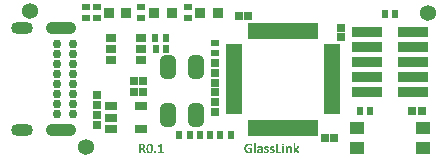
<source format=gts>
G04*
G04 #@! TF.GenerationSoftware,Altium Limited,Altium Designer,20.2.6 (244)*
G04*
G04 Layer_Color=8388736*
%FSLAX25Y25*%
%MOIN*%
G70*
G04*
G04 #@! TF.SameCoordinates,1F00D8FF-E811-4F8C-9FFC-250B1BB78CBF*
G04*
G04*
G04 #@! TF.FilePolarity,Negative*
G04*
G01*
G75*
%ADD26R,0.05709X0.23425*%
%ADD27R,0.23425X0.05709*%
%ADD28R,0.03947X0.02765*%
%ADD29R,0.02647X0.02647*%
G04:AMPARAMS|DCode=30|XSize=53.24mil|YSize=76.87mil|CornerRadius=14.81mil|HoleSize=0mil|Usage=FLASHONLY|Rotation=0.000|XOffset=0mil|YOffset=0mil|HoleType=Round|Shape=RoundedRectangle|*
%AMROUNDEDRECTD30*
21,1,0.05324,0.04724,0,0,0.0*
21,1,0.02362,0.07687,0,0,0.0*
1,1,0.02962,0.01181,-0.02362*
1,1,0.02962,-0.01181,-0.02362*
1,1,0.02962,-0.01181,0.02362*
1,1,0.02962,0.01181,0.02362*
%
%ADD30ROUNDEDRECTD30*%
%ADD31R,0.02372X0.02765*%
%ADD32R,0.03750X0.02765*%
%ADD33R,0.02765X0.02372*%
%ADD34R,0.05521X0.01584*%
%ADD35R,0.01584X0.05521*%
%ADD36R,0.10049X0.03592*%
%ADD37R,0.02647X0.02647*%
%ADD38R,0.05118X0.04331*%
%ADD39R,0.03750X0.03750*%
%ADD40C,0.05362*%
%ADD41O,0.10049X0.04143*%
%ADD42C,0.02953*%
%ADD43O,0.07293X0.04143*%
%ADD44C,0.00394*%
G36*
X53882Y5037D02*
X53893D01*
X53915Y5032D01*
X53942Y5026D01*
X53969Y5021D01*
X53975D01*
X53986Y5015D01*
X53997Y5010D01*
X54008Y4999D01*
X54013Y4993D01*
X54018Y4966D01*
Y2449D01*
X54521D01*
X54537Y2444D01*
X54548Y2433D01*
X54554D01*
X54559Y2422D01*
X54570Y2411D01*
X54581Y2389D01*
Y2383D01*
X54586Y2367D01*
X54592Y2345D01*
X54597Y2313D01*
Y2307D01*
X54603Y2285D01*
X54608Y2247D01*
Y2203D01*
Y2198D01*
Y2192D01*
Y2165D01*
X54603Y2127D01*
X54597Y2089D01*
Y2083D01*
X54592Y2061D01*
X54586Y2039D01*
X54575Y2018D01*
Y2012D01*
X54570Y2001D01*
X54559Y1990D01*
X54548Y1979D01*
X54537Y1974D01*
X54510Y1969D01*
X52817D01*
X52795Y1979D01*
X52785Y1990D01*
X52774Y2001D01*
X52763Y2018D01*
Y2023D01*
X52757Y2039D01*
X52752Y2061D01*
X52746Y2089D01*
Y2100D01*
Y2121D01*
X52741Y2160D01*
Y2203D01*
Y2209D01*
Y2214D01*
Y2241D01*
Y2280D01*
X52746Y2313D01*
Y2323D01*
X52752Y2340D01*
X52757Y2367D01*
X52763Y2389D01*
Y2394D01*
X52768Y2405D01*
X52779Y2422D01*
X52790Y2433D01*
X52795Y2438D01*
X52801Y2444D01*
X52812Y2449D01*
X53401D01*
Y4436D01*
X52910Y4163D01*
X52899Y4158D01*
X52877Y4147D01*
X52850Y4136D01*
X52817Y4131D01*
X52779D01*
X52763Y4142D01*
Y4147D01*
X52752Y4158D01*
X52746Y4180D01*
X52741Y4213D01*
Y4223D01*
Y4251D01*
X52735Y4289D01*
Y4349D01*
Y4355D01*
Y4360D01*
Y4382D01*
Y4415D01*
Y4442D01*
Y4447D01*
Y4464D01*
X52746Y4507D01*
Y4513D01*
X52752Y4524D01*
X52774Y4551D01*
X52779Y4557D01*
X52785Y4562D01*
X52817Y4584D01*
X53473Y5010D01*
X53478Y5015D01*
X53500Y5026D01*
X53505D01*
X53516Y5032D01*
X53554D01*
X53571Y5037D01*
X53631D01*
X53653Y5043D01*
X53838D01*
X53882Y5037D01*
D02*
G37*
G36*
X47428Y5015D02*
X47445D01*
X47477Y5010D01*
X47521Y5004D01*
X47570Y4999D01*
X47581D01*
X47603Y4993D01*
X47636Y4988D01*
X47679Y4982D01*
X47734Y4966D01*
X47789Y4955D01*
X47903Y4911D01*
X47909Y4906D01*
X47931Y4901D01*
X47958Y4884D01*
X47991Y4868D01*
X48073Y4813D01*
X48155Y4742D01*
X48160Y4737D01*
X48171Y4726D01*
X48193Y4704D01*
X48215Y4677D01*
X48236Y4638D01*
X48264Y4600D01*
X48313Y4502D01*
Y4496D01*
X48324Y4475D01*
X48329Y4447D01*
X48340Y4409D01*
X48351Y4360D01*
X48357Y4305D01*
X48367Y4245D01*
Y4180D01*
Y4174D01*
Y4152D01*
Y4125D01*
X48362Y4087D01*
X48357Y4043D01*
X48351Y3994D01*
X48324Y3896D01*
Y3890D01*
X48318Y3874D01*
X48307Y3852D01*
X48296Y3819D01*
X48258Y3748D01*
X48209Y3672D01*
X48204Y3667D01*
X48198Y3656D01*
X48182Y3639D01*
X48160Y3612D01*
X48100Y3557D01*
X48023Y3497D01*
X48018Y3492D01*
X48007Y3486D01*
X47980Y3470D01*
X47952Y3459D01*
X47914Y3437D01*
X47870Y3421D01*
X47772Y3383D01*
X47778D01*
X47783Y3377D01*
X47816Y3361D01*
X47860Y3334D01*
X47903Y3301D01*
X47909D01*
X47914Y3295D01*
X47941Y3268D01*
X47974Y3235D01*
X48013Y3186D01*
Y3181D01*
X48023Y3175D01*
X48045Y3142D01*
X48078Y3093D01*
X48111Y3033D01*
Y3028D01*
X48122Y3017D01*
X48127Y3000D01*
X48144Y2979D01*
X48171Y2919D01*
X48209Y2842D01*
X48466Y2241D01*
Y2236D01*
X48471Y2225D01*
X48482Y2192D01*
X48498Y2143D01*
X48509Y2105D01*
X48515Y2100D01*
X48520Y2083D01*
X48526Y2061D01*
Y2045D01*
Y2039D01*
Y2029D01*
X48515Y2001D01*
X48504Y1990D01*
X48487Y1985D01*
X48466Y1974D01*
X48460D01*
X48438Y1969D01*
X48406Y1963D01*
X48362Y1958D01*
X48313D01*
X48258Y1952D01*
X48067D01*
X48018Y1958D01*
X48007D01*
X47985Y1963D01*
X47958Y1969D01*
X47925Y1974D01*
X47920D01*
X47909Y1979D01*
X47892Y1990D01*
X47876Y2001D01*
Y2007D01*
X47870Y2018D01*
X47865Y2034D01*
X47860Y2056D01*
X47581Y2733D01*
Y2738D01*
X47570Y2755D01*
X47565Y2777D01*
X47548Y2804D01*
X47521Y2869D01*
X47483Y2935D01*
Y2940D01*
X47477Y2951D01*
X47466Y2968D01*
X47456Y2990D01*
X47423Y3039D01*
X47379Y3088D01*
Y3093D01*
X47368Y3099D01*
X47341Y3121D01*
X47303Y3153D01*
X47248Y3181D01*
X47243D01*
X47237Y3186D01*
X47221Y3192D01*
X47199Y3197D01*
X47144Y3208D01*
X47073Y3213D01*
X46882D01*
Y2050D01*
Y2045D01*
Y2034D01*
X46877Y2018D01*
X46866Y2001D01*
X46860D01*
X46855Y1990D01*
X46839Y1985D01*
X46811Y1974D01*
X46806D01*
X46790Y1969D01*
X46757D01*
X46718Y1963D01*
X46708D01*
X46675Y1958D01*
X46631Y1952D01*
X46516D01*
X46467Y1958D01*
X46418Y1963D01*
X46407D01*
X46385Y1969D01*
X46353D01*
X46320Y1974D01*
X46314D01*
X46303Y1979D01*
X46287Y1990D01*
X46271Y2001D01*
Y2007D01*
X46265Y2018D01*
X46260Y2050D01*
Y4824D01*
Y4829D01*
Y4840D01*
X46265Y4857D01*
Y4884D01*
X46282Y4928D01*
X46293Y4955D01*
X46309Y4972D01*
X46320Y4977D01*
X46347Y4999D01*
X46385Y5015D01*
X46440Y5021D01*
X47368D01*
X47428Y5015D01*
D02*
G37*
G36*
X51807Y2662D02*
X51851Y2657D01*
X51938Y2635D01*
X51982Y2618D01*
X52015Y2591D01*
X52020Y2585D01*
X52026Y2575D01*
X52036Y2558D01*
X52053Y2525D01*
X52069Y2487D01*
X52080Y2438D01*
X52086Y2378D01*
X52091Y2307D01*
Y2296D01*
Y2269D01*
X52086Y2231D01*
X52080Y2187D01*
X52058Y2089D01*
X52042Y2039D01*
X52015Y2007D01*
X52009Y2001D01*
X51998Y1996D01*
X51982Y1985D01*
X51949Y1974D01*
X51911Y1958D01*
X51867Y1947D01*
X51807Y1941D01*
X51736Y1936D01*
X51704D01*
X51671Y1941D01*
X51627Y1947D01*
X51540Y1969D01*
X51496Y1985D01*
X51463Y2007D01*
X51458Y2012D01*
X51452Y2023D01*
X51441Y2039D01*
X51430Y2072D01*
X51414Y2111D01*
X51403Y2160D01*
X51398Y2220D01*
X51392Y2291D01*
Y2302D01*
Y2329D01*
X51398Y2367D01*
X51403Y2411D01*
X51425Y2514D01*
X51441Y2558D01*
X51469Y2591D01*
X51474Y2596D01*
X51485Y2602D01*
X51501Y2613D01*
X51534Y2629D01*
X51567Y2646D01*
X51616Y2657D01*
X51676Y2662D01*
X51742Y2667D01*
X51774D01*
X51807Y2662D01*
D02*
G37*
G36*
X50011Y5070D02*
X50082Y5064D01*
X50164Y5048D01*
X50251Y5032D01*
X50339Y5004D01*
X50420Y4966D01*
X50431Y4961D01*
X50453Y4944D01*
X50491Y4922D01*
X50541Y4884D01*
X50590Y4840D01*
X50644Y4791D01*
X50699Y4726D01*
X50748Y4655D01*
X50753Y4644D01*
X50770Y4617D01*
X50786Y4578D01*
X50814Y4518D01*
X50841Y4447D01*
X50868Y4360D01*
X50895Y4267D01*
X50917Y4163D01*
Y4158D01*
Y4152D01*
X50923Y4136D01*
Y4114D01*
X50928Y4087D01*
X50934Y4054D01*
X50945Y3972D01*
X50950Y3874D01*
X50961Y3765D01*
X50966Y3639D01*
Y3503D01*
Y3497D01*
Y3486D01*
Y3464D01*
Y3443D01*
Y3410D01*
X50961Y3372D01*
Y3284D01*
X50950Y3181D01*
X50939Y3071D01*
X50928Y2957D01*
X50906Y2842D01*
Y2837D01*
Y2831D01*
X50901Y2815D01*
X50895Y2793D01*
X50879Y2738D01*
X50857Y2667D01*
X50830Y2591D01*
X50797Y2504D01*
X50759Y2422D01*
X50710Y2340D01*
X50704Y2329D01*
X50688Y2307D01*
X50655Y2269D01*
X50617Y2225D01*
X50568Y2170D01*
X50508Y2121D01*
X50442Y2067D01*
X50366Y2023D01*
X50355Y2018D01*
X50327Y2007D01*
X50284Y1990D01*
X50218Y1969D01*
X50142Y1947D01*
X50055Y1930D01*
X49956Y1919D01*
X49842Y1914D01*
X49793D01*
X49732Y1919D01*
X49661Y1925D01*
X49580Y1941D01*
X49492Y1958D01*
X49405Y1985D01*
X49323Y2018D01*
X49312Y2023D01*
X49290Y2039D01*
X49252Y2061D01*
X49203Y2100D01*
X49154Y2143D01*
X49099Y2198D01*
X49044Y2258D01*
X48995Y2329D01*
X48990Y2340D01*
X48974Y2367D01*
X48957Y2411D01*
X48930Y2465D01*
X48902Y2536D01*
X48875Y2624D01*
X48848Y2716D01*
X48826Y2820D01*
Y2826D01*
Y2831D01*
X48821Y2848D01*
Y2869D01*
X48815Y2897D01*
Y2929D01*
X48804Y3011D01*
X48799Y3110D01*
X48788Y3219D01*
X48782Y3344D01*
Y3481D01*
Y3486D01*
Y3497D01*
Y3514D01*
Y3541D01*
Y3574D01*
X48788Y3612D01*
Y3699D01*
X48799Y3798D01*
X48810Y3912D01*
X48821Y4022D01*
X48842Y4136D01*
Y4142D01*
X48848Y4147D01*
Y4163D01*
X48853Y4185D01*
X48870Y4240D01*
X48892Y4311D01*
X48913Y4393D01*
X48946Y4475D01*
X48990Y4562D01*
X49033Y4644D01*
X49039Y4655D01*
X49055Y4677D01*
X49088Y4715D01*
X49126Y4764D01*
X49176Y4813D01*
X49235Y4868D01*
X49301Y4917D01*
X49378Y4961D01*
X49388Y4966D01*
X49416Y4977D01*
X49465Y4999D01*
X49525Y5021D01*
X49601Y5037D01*
X49689Y5059D01*
X49793Y5070D01*
X49902Y5075D01*
X49956D01*
X50011Y5070D01*
D02*
G37*
G36*
X94425Y5163D02*
X94469Y5157D01*
X94562Y5141D01*
X94600Y5119D01*
X94633Y5097D01*
X94638Y5092D01*
X94644Y5086D01*
X94655Y5070D01*
X94671Y5043D01*
X94682Y5010D01*
X94693Y4966D01*
X94698Y4917D01*
X94704Y4857D01*
Y4851D01*
Y4829D01*
X94698Y4797D01*
X94693Y4759D01*
X94671Y4682D01*
X94655Y4644D01*
X94627Y4611D01*
X94622D01*
X94611Y4600D01*
X94595Y4589D01*
X94567Y4578D01*
X94529Y4567D01*
X94485Y4557D01*
X94425Y4551D01*
X94360Y4546D01*
X94327D01*
X94294Y4551D01*
X94251Y4557D01*
X94158Y4573D01*
X94119Y4589D01*
X94087Y4611D01*
Y4617D01*
X94076Y4622D01*
X94065Y4638D01*
X94054Y4666D01*
X94043Y4699D01*
X94032Y4737D01*
X94027Y4786D01*
X94021Y4846D01*
Y4851D01*
Y4873D01*
X94027Y4906D01*
X94032Y4944D01*
X94054Y5026D01*
X94070Y5064D01*
X94092Y5097D01*
X94098Y5102D01*
X94108Y5108D01*
X94125Y5119D01*
X94152Y5135D01*
X94190Y5146D01*
X94234Y5157D01*
X94294Y5163D01*
X94360Y5168D01*
X94392D01*
X94425Y5163D01*
D02*
G37*
G36*
X83107Y5070D02*
X83161D01*
X83221Y5064D01*
X83347Y5048D01*
X83352D01*
X83374Y5043D01*
X83407Y5037D01*
X83445Y5032D01*
X83489Y5021D01*
X83538Y5004D01*
X83631Y4977D01*
X83636D01*
X83653Y4972D01*
X83675Y4961D01*
X83702Y4955D01*
X83767Y4928D01*
X83833Y4895D01*
X83838D01*
X83844Y4890D01*
X83877Y4868D01*
X83915Y4846D01*
X83942Y4819D01*
X83947Y4813D01*
X83958Y4797D01*
X83975Y4764D01*
X83991Y4726D01*
X83997Y4715D01*
Y4699D01*
X84002Y4682D01*
Y4655D01*
X84008Y4622D01*
Y4589D01*
Y4546D01*
Y4540D01*
Y4535D01*
Y4507D01*
X84002Y4469D01*
X83997Y4431D01*
Y4425D01*
X83991Y4404D01*
X83986Y4376D01*
X83980Y4349D01*
Y4344D01*
X83975Y4333D01*
X83964Y4322D01*
X83953Y4311D01*
X83947Y4305D01*
X83920Y4300D01*
X83915D01*
X83893Y4305D01*
X83860Y4316D01*
X83816Y4338D01*
X83811D01*
X83806Y4344D01*
X83789Y4355D01*
X83767Y4365D01*
X83713Y4398D01*
X83636Y4431D01*
X83631D01*
X83614Y4442D01*
X83593Y4447D01*
X83560Y4464D01*
X83522Y4475D01*
X83478Y4491D01*
X83423Y4507D01*
X83369Y4524D01*
X83363D01*
X83341Y4529D01*
X83309Y4540D01*
X83265Y4546D01*
X83210Y4557D01*
X83150Y4562D01*
X83079Y4567D01*
X82965D01*
X82926Y4562D01*
X82872Y4557D01*
X82812Y4546D01*
X82741Y4535D01*
X82675Y4513D01*
X82604Y4486D01*
X82599Y4480D01*
X82577Y4469D01*
X82539Y4453D01*
X82501Y4431D01*
X82451Y4398D01*
X82397Y4360D01*
X82348Y4316D01*
X82298Y4267D01*
X82293Y4262D01*
X82277Y4245D01*
X82255Y4213D01*
X82228Y4174D01*
X82195Y4125D01*
X82162Y4071D01*
X82129Y4005D01*
X82102Y3934D01*
Y3923D01*
X82091Y3901D01*
X82080Y3858D01*
X82069Y3808D01*
X82058Y3743D01*
X82047Y3667D01*
X82042Y3585D01*
X82037Y3497D01*
Y3492D01*
Y3486D01*
Y3454D01*
X82042Y3404D01*
X82047Y3339D01*
X82053Y3268D01*
X82064Y3192D01*
X82080Y3110D01*
X82102Y3033D01*
X82107Y3022D01*
X82113Y3000D01*
X82129Y2962D01*
X82151Y2919D01*
X82184Y2864D01*
X82217Y2809D01*
X82255Y2755D01*
X82298Y2700D01*
X82304Y2695D01*
X82320Y2678D01*
X82348Y2657D01*
X82386Y2624D01*
X82430Y2591D01*
X82479Y2558D01*
X82533Y2525D01*
X82599Y2498D01*
X82604D01*
X82632Y2487D01*
X82664Y2476D01*
X82714Y2465D01*
X82768Y2454D01*
X82834Y2444D01*
X82910Y2438D01*
X82986Y2433D01*
X83025D01*
X83052Y2438D01*
X83118Y2444D01*
X83194Y2454D01*
X83199D01*
X83210Y2460D01*
X83232Y2465D01*
X83259Y2471D01*
X83320Y2493D01*
X83385Y2525D01*
Y3235D01*
X82795D01*
X82779Y3241D01*
X82757Y3257D01*
X82735Y3284D01*
Y3290D01*
X82730Y3295D01*
Y3306D01*
X82724Y3328D01*
X82719Y3350D01*
Y3383D01*
X82714Y3421D01*
Y3464D01*
Y3470D01*
Y3475D01*
Y3503D01*
Y3541D01*
X82719Y3574D01*
Y3585D01*
X82724Y3601D01*
X82730Y3628D01*
X82735Y3650D01*
Y3656D01*
X82741Y3667D01*
X82752Y3678D01*
X82763Y3688D01*
X82768Y3694D01*
X82774Y3699D01*
X82784Y3705D01*
X83855D01*
X83877Y3699D01*
X83898Y3688D01*
X83904D01*
X83920Y3678D01*
X83937Y3667D01*
X83953Y3650D01*
X83958Y3645D01*
X83964Y3634D01*
X83975Y3612D01*
X83986Y3585D01*
X83991Y3579D01*
X83997Y3563D01*
X84002Y3536D01*
Y3503D01*
Y2285D01*
Y2280D01*
Y2274D01*
X83997Y2241D01*
X83991Y2203D01*
X83975Y2160D01*
X83969Y2154D01*
X83953Y2132D01*
X83920Y2105D01*
X83871Y2078D01*
X83866D01*
X83860Y2072D01*
X83838Y2067D01*
X83816Y2061D01*
X83756Y2039D01*
X83680Y2012D01*
X83675D01*
X83663Y2007D01*
X83636Y2001D01*
X83609Y1996D01*
X83576Y1985D01*
X83533Y1979D01*
X83445Y1963D01*
X83440D01*
X83423Y1958D01*
X83402D01*
X83369Y1952D01*
X83331Y1947D01*
X83292Y1941D01*
X83199Y1930D01*
X83178D01*
X83156Y1925D01*
X83123D01*
X83085Y1919D01*
X83047D01*
X82954Y1914D01*
X82894D01*
X82861Y1919D01*
X82823D01*
X82735Y1925D01*
X82632Y1941D01*
X82522Y1958D01*
X82408Y1985D01*
X82298Y2018D01*
X82293D01*
X82288Y2023D01*
X82271Y2029D01*
X82249Y2039D01*
X82195Y2061D01*
X82129Y2094D01*
X82053Y2138D01*
X81971Y2187D01*
X81889Y2247D01*
X81807Y2318D01*
X81796Y2329D01*
X81774Y2356D01*
X81736Y2394D01*
X81692Y2454D01*
X81643Y2525D01*
X81594Y2607D01*
X81545Y2700D01*
X81501Y2804D01*
Y2809D01*
X81496Y2815D01*
X81490Y2831D01*
X81485Y2853D01*
X81480Y2880D01*
X81469Y2913D01*
X81452Y2995D01*
X81430Y3093D01*
X81414Y3202D01*
X81403Y3328D01*
X81398Y3459D01*
Y3464D01*
Y3475D01*
Y3497D01*
Y3525D01*
X81403Y3557D01*
Y3596D01*
X81414Y3683D01*
X81425Y3787D01*
X81441Y3901D01*
X81469Y4016D01*
X81507Y4131D01*
Y4136D01*
X81512Y4142D01*
X81518Y4158D01*
X81529Y4180D01*
X81556Y4234D01*
X81589Y4305D01*
X81638Y4387D01*
X81692Y4469D01*
X81758Y4557D01*
X81829Y4638D01*
X81840Y4649D01*
X81867Y4671D01*
X81911Y4709D01*
X81971Y4759D01*
X82042Y4813D01*
X82129Y4862D01*
X82228Y4917D01*
X82331Y4961D01*
X82337D01*
X82342Y4966D01*
X82359Y4972D01*
X82386Y4977D01*
X82413Y4988D01*
X82446Y4999D01*
X82522Y5021D01*
X82621Y5037D01*
X82730Y5059D01*
X82855Y5070D01*
X82986Y5075D01*
X83057D01*
X83107Y5070D01*
D02*
G37*
G36*
X96560Y4284D02*
X96609Y4278D01*
X96669Y4273D01*
X96729Y4262D01*
X96789Y4240D01*
X96849Y4218D01*
X96855Y4213D01*
X96877Y4207D01*
X96899Y4191D01*
X96937Y4169D01*
X96970Y4142D01*
X97013Y4103D01*
X97052Y4065D01*
X97084Y4022D01*
X97090Y4016D01*
X97101Y4000D01*
X97117Y3972D01*
X97133Y3940D01*
X97155Y3901D01*
X97177Y3852D01*
X97199Y3798D01*
X97215Y3737D01*
Y3732D01*
X97221Y3710D01*
X97232Y3672D01*
X97237Y3628D01*
X97248Y3568D01*
X97254Y3503D01*
X97259Y3426D01*
Y3344D01*
Y2045D01*
Y2039D01*
Y2029D01*
X97254Y2018D01*
X97243Y2001D01*
X97237D01*
X97232Y1990D01*
X97215Y1985D01*
X97193Y1974D01*
X97188D01*
X97172Y1969D01*
X97139D01*
X97101Y1963D01*
X97090D01*
X97062Y1958D01*
X97019Y1952D01*
X96915D01*
X96866Y1958D01*
X96817Y1963D01*
X96806D01*
X96784Y1969D01*
X96757D01*
X96729Y1974D01*
X96724D01*
X96713Y1979D01*
X96697Y1990D01*
X96680Y2001D01*
Y2007D01*
X96675Y2012D01*
X96669Y2045D01*
Y3246D01*
Y3252D01*
Y3273D01*
Y3301D01*
X96664Y3334D01*
X96658Y3410D01*
X96653Y3454D01*
X96642Y3486D01*
Y3492D01*
X96636Y3503D01*
X96631Y3519D01*
X96626Y3536D01*
X96604Y3585D01*
X96576Y3634D01*
Y3639D01*
X96571Y3645D01*
X96549Y3672D01*
X96516Y3705D01*
X96467Y3732D01*
X96462D01*
X96456Y3737D01*
X96424Y3754D01*
X96374Y3765D01*
X96314Y3770D01*
X96293D01*
X96271Y3765D01*
X96243Y3759D01*
X96205Y3748D01*
X96167Y3732D01*
X96123Y3710D01*
X96080Y3683D01*
X96074Y3678D01*
X96058Y3667D01*
X96036Y3650D01*
X96009Y3623D01*
X95970Y3590D01*
X95932Y3546D01*
X95889Y3497D01*
X95845Y3443D01*
Y2045D01*
Y2039D01*
Y2029D01*
X95839Y2018D01*
X95828Y2001D01*
X95823D01*
X95818Y1990D01*
X95801Y1985D01*
X95779Y1974D01*
X95774D01*
X95757Y1969D01*
X95725D01*
X95687Y1963D01*
X95675D01*
X95648Y1958D01*
X95605Y1952D01*
X95495D01*
X95446Y1958D01*
X95397Y1963D01*
X95386D01*
X95364Y1969D01*
X95337D01*
X95310Y1974D01*
X95304D01*
X95293Y1979D01*
X95277Y1990D01*
X95261Y2001D01*
Y2007D01*
X95255Y2012D01*
X95250Y2045D01*
Y4147D01*
Y4152D01*
Y4163D01*
X95261Y4191D01*
Y4196D01*
X95271Y4202D01*
X95282Y4207D01*
X95299Y4218D01*
X95304D01*
X95321Y4223D01*
X95348Y4229D01*
X95381Y4234D01*
X95392D01*
X95414Y4240D01*
X95452Y4245D01*
X95544D01*
X95588Y4240D01*
X95626Y4234D01*
X95637D01*
X95654Y4229D01*
X95681Y4223D01*
X95703Y4218D01*
X95708D01*
X95719Y4213D01*
X95730Y4202D01*
X95741Y4191D01*
X95746Y4185D01*
X95752Y4180D01*
X95757Y4163D01*
Y4147D01*
Y3907D01*
X95763Y3918D01*
X95785Y3940D01*
X95823Y3972D01*
X95867Y4016D01*
X95916Y4060D01*
X95976Y4109D01*
X96041Y4152D01*
X96107Y4191D01*
X96118Y4196D01*
X96140Y4207D01*
X96178Y4223D01*
X96222Y4240D01*
X96282Y4256D01*
X96342Y4273D01*
X96413Y4284D01*
X96484Y4289D01*
X96522D01*
X96560Y4284D01*
D02*
G37*
G36*
X90958D02*
X91029Y4273D01*
X91045D01*
X91062Y4267D01*
X91084Y4262D01*
X91138Y4251D01*
X91198Y4234D01*
X91204D01*
X91209Y4229D01*
X91242Y4218D01*
X91286Y4207D01*
X91324Y4185D01*
X91335Y4180D01*
X91357Y4174D01*
X91378Y4158D01*
X91400Y4147D01*
X91406D01*
X91411Y4136D01*
X91422Y4125D01*
X91428Y4109D01*
Y4103D01*
X91433Y4098D01*
X91444Y4065D01*
Y4060D01*
X91449Y4049D01*
Y4032D01*
X91455Y4005D01*
Y4000D01*
X91460Y3983D01*
Y3956D01*
Y3918D01*
Y3907D01*
Y3880D01*
Y3847D01*
X91455Y3808D01*
Y3803D01*
X91449Y3787D01*
X91444Y3765D01*
X91439Y3748D01*
Y3743D01*
X91433Y3737D01*
X91417Y3716D01*
X91411D01*
X91389Y3710D01*
X91384D01*
X91373Y3716D01*
X91351Y3721D01*
X91319Y3732D01*
X91313Y3737D01*
X91291Y3748D01*
X91253Y3765D01*
X91209Y3787D01*
X91204D01*
X91198Y3792D01*
X91166Y3803D01*
X91116Y3819D01*
X91051Y3841D01*
X91045D01*
X91035Y3847D01*
X91018Y3852D01*
X90996Y3858D01*
X90931Y3863D01*
X90854Y3869D01*
X90805D01*
X90762Y3858D01*
X90712Y3847D01*
X90702Y3841D01*
X90680Y3836D01*
X90647Y3819D01*
X90614Y3798D01*
X90609Y3792D01*
X90592Y3781D01*
X90576Y3754D01*
X90560Y3727D01*
Y3721D01*
X90554Y3699D01*
X90549Y3672D01*
X90543Y3639D01*
Y3634D01*
Y3628D01*
X90549Y3596D01*
X90560Y3557D01*
X90587Y3519D01*
X90592Y3514D01*
X90620Y3492D01*
X90652Y3459D01*
X90702Y3432D01*
X90707D01*
X90712Y3426D01*
X90729Y3421D01*
X90751Y3410D01*
X90805Y3388D01*
X90871Y3361D01*
X90876D01*
X90887Y3355D01*
X90904Y3350D01*
X90931Y3339D01*
X90991Y3317D01*
X91056Y3290D01*
X91062D01*
X91073Y3284D01*
X91095Y3273D01*
X91116Y3263D01*
X91176Y3235D01*
X91247Y3197D01*
X91253D01*
X91264Y3186D01*
X91280Y3175D01*
X91302Y3164D01*
X91357Y3126D01*
X91411Y3071D01*
X91417Y3066D01*
X91422Y3060D01*
X91439Y3044D01*
X91455Y3022D01*
X91493Y2962D01*
X91531Y2886D01*
Y2880D01*
X91537Y2869D01*
X91548Y2848D01*
X91559Y2815D01*
X91564Y2782D01*
X91575Y2738D01*
X91580Y2640D01*
Y2635D01*
Y2607D01*
X91575Y2575D01*
X91570Y2531D01*
X91564Y2482D01*
X91553Y2433D01*
X91531Y2378D01*
X91510Y2323D01*
X91504Y2318D01*
X91499Y2302D01*
X91482Y2274D01*
X91460Y2241D01*
X91433Y2209D01*
X91400Y2170D01*
X91362Y2132D01*
X91319Y2094D01*
X91313Y2089D01*
X91297Y2078D01*
X91269Y2061D01*
X91237Y2045D01*
X91193Y2018D01*
X91144Y1996D01*
X91089Y1974D01*
X91029Y1958D01*
X91024D01*
X91002Y1952D01*
X90969Y1947D01*
X90925Y1936D01*
X90871Y1930D01*
X90811Y1919D01*
X90740Y1914D01*
X90625D01*
X90598Y1919D01*
X90521Y1925D01*
X90439Y1936D01*
X90434D01*
X90423Y1941D01*
X90401D01*
X90379Y1947D01*
X90314Y1958D01*
X90248Y1974D01*
X90243D01*
X90237Y1979D01*
X90199Y1990D01*
X90156Y2007D01*
X90106Y2029D01*
X90095Y2034D01*
X90074Y2045D01*
X90046Y2061D01*
X90024Y2083D01*
X90019Y2089D01*
X90013Y2105D01*
X89997Y2127D01*
X89986Y2160D01*
Y2170D01*
X89981Y2198D01*
X89975Y2247D01*
Y2318D01*
Y2323D01*
Y2329D01*
Y2356D01*
Y2389D01*
Y2422D01*
Y2427D01*
X89981Y2449D01*
X89986Y2465D01*
X89992Y2487D01*
Y2493D01*
X89997Y2504D01*
X90008Y2514D01*
X90013Y2525D01*
X90019D01*
X90024Y2531D01*
X90052Y2536D01*
X90057D01*
X90068Y2531D01*
X90090Y2525D01*
X90123Y2504D01*
X90134Y2498D01*
X90161Y2487D01*
X90199Y2465D01*
X90254Y2438D01*
X90259D01*
X90270Y2433D01*
X90281Y2427D01*
X90303Y2416D01*
X90358Y2394D01*
X90429Y2372D01*
X90434D01*
X90445Y2367D01*
X90467Y2362D01*
X90494D01*
X90527Y2356D01*
X90565Y2351D01*
X90658Y2345D01*
X90702D01*
X90745Y2351D01*
X90794Y2362D01*
X90800D01*
X90805Y2367D01*
X90833Y2372D01*
X90871Y2389D01*
X90904Y2405D01*
X90914Y2411D01*
X90931Y2427D01*
X90953Y2449D01*
X90974Y2482D01*
X90980Y2493D01*
X90991Y2514D01*
X90996Y2547D01*
X91002Y2591D01*
Y2596D01*
Y2602D01*
X90996Y2635D01*
X90985Y2673D01*
X90958Y2711D01*
X90953Y2722D01*
X90925Y2744D01*
X90887Y2771D01*
X90838Y2804D01*
X90833D01*
X90827Y2809D01*
X90811Y2820D01*
X90789Y2826D01*
X90740Y2848D01*
X90674Y2875D01*
X90669D01*
X90658Y2880D01*
X90641Y2886D01*
X90620Y2897D01*
X90560Y2919D01*
X90488Y2946D01*
X90483D01*
X90472Y2951D01*
X90456Y2962D01*
X90429Y2973D01*
X90374Y3006D01*
X90303Y3039D01*
X90297D01*
X90286Y3050D01*
X90270Y3060D01*
X90248Y3077D01*
X90199Y3115D01*
X90139Y3164D01*
X90134Y3170D01*
X90128Y3181D01*
X90112Y3192D01*
X90101Y3213D01*
X90063Y3273D01*
X90024Y3344D01*
Y3350D01*
X90019Y3366D01*
X90013Y3388D01*
X90008Y3421D01*
X89997Y3459D01*
X89992Y3503D01*
X89986Y3552D01*
Y3607D01*
Y3612D01*
Y3634D01*
X89992Y3661D01*
Y3694D01*
X89997Y3737D01*
X90008Y3787D01*
X90041Y3880D01*
X90046Y3885D01*
X90052Y3901D01*
X90068Y3923D01*
X90084Y3956D01*
X90139Y4022D01*
X90210Y4092D01*
X90215Y4098D01*
X90232Y4109D01*
X90254Y4125D01*
X90286Y4147D01*
X90325Y4169D01*
X90374Y4191D01*
X90429Y4213D01*
X90483Y4234D01*
X90488D01*
X90510Y4245D01*
X90543Y4251D01*
X90587Y4262D01*
X90641Y4273D01*
X90702Y4278D01*
X90767Y4289D01*
X90898D01*
X90958Y4284D01*
D02*
G37*
G36*
X89031D02*
X89102Y4273D01*
X89118D01*
X89135Y4267D01*
X89156Y4262D01*
X89211Y4251D01*
X89271Y4234D01*
X89276D01*
X89282Y4229D01*
X89315Y4218D01*
X89358Y4207D01*
X89397Y4185D01*
X89407Y4180D01*
X89429Y4174D01*
X89451Y4158D01*
X89473Y4147D01*
X89478D01*
X89484Y4136D01*
X89495Y4125D01*
X89500Y4109D01*
Y4103D01*
X89506Y4098D01*
X89517Y4065D01*
Y4060D01*
X89522Y4049D01*
Y4032D01*
X89528Y4005D01*
Y4000D01*
X89533Y3983D01*
Y3956D01*
Y3918D01*
Y3907D01*
Y3880D01*
Y3847D01*
X89528Y3808D01*
Y3803D01*
X89522Y3787D01*
X89517Y3765D01*
X89511Y3748D01*
Y3743D01*
X89506Y3737D01*
X89489Y3716D01*
X89484D01*
X89462Y3710D01*
X89457D01*
X89446Y3716D01*
X89424Y3721D01*
X89391Y3732D01*
X89386Y3737D01*
X89364Y3748D01*
X89326Y3765D01*
X89282Y3787D01*
X89276D01*
X89271Y3792D01*
X89238Y3803D01*
X89189Y3819D01*
X89123Y3841D01*
X89118D01*
X89107Y3847D01*
X89091Y3852D01*
X89069Y3858D01*
X89003Y3863D01*
X88927Y3869D01*
X88878D01*
X88834Y3858D01*
X88785Y3847D01*
X88774Y3841D01*
X88752Y3836D01*
X88719Y3819D01*
X88687Y3798D01*
X88681Y3792D01*
X88665Y3781D01*
X88648Y3754D01*
X88632Y3727D01*
Y3721D01*
X88627Y3699D01*
X88621Y3672D01*
X88616Y3639D01*
Y3634D01*
Y3628D01*
X88621Y3596D01*
X88632Y3557D01*
X88659Y3519D01*
X88665Y3514D01*
X88692Y3492D01*
X88725Y3459D01*
X88774Y3432D01*
X88780D01*
X88785Y3426D01*
X88801Y3421D01*
X88823Y3410D01*
X88878Y3388D01*
X88943Y3361D01*
X88949D01*
X88960Y3355D01*
X88976Y3350D01*
X89003Y3339D01*
X89064Y3317D01*
X89129Y3290D01*
X89135D01*
X89145Y3284D01*
X89167Y3273D01*
X89189Y3263D01*
X89249Y3235D01*
X89320Y3197D01*
X89326D01*
X89337Y3186D01*
X89353Y3175D01*
X89375Y3164D01*
X89429Y3126D01*
X89484Y3071D01*
X89489Y3066D01*
X89495Y3060D01*
X89511Y3044D01*
X89528Y3022D01*
X89566Y2962D01*
X89604Y2886D01*
Y2880D01*
X89609Y2869D01*
X89620Y2848D01*
X89631Y2815D01*
X89637Y2782D01*
X89648Y2738D01*
X89653Y2640D01*
Y2635D01*
Y2607D01*
X89648Y2575D01*
X89642Y2531D01*
X89637Y2482D01*
X89626Y2433D01*
X89604Y2378D01*
X89582Y2323D01*
X89577Y2318D01*
X89571Y2302D01*
X89555Y2274D01*
X89533Y2241D01*
X89506Y2209D01*
X89473Y2170D01*
X89435Y2132D01*
X89391Y2094D01*
X89386Y2089D01*
X89369Y2078D01*
X89342Y2061D01*
X89309Y2045D01*
X89266Y2018D01*
X89216Y1996D01*
X89162Y1974D01*
X89102Y1958D01*
X89096D01*
X89074Y1952D01*
X89042Y1947D01*
X88998Y1936D01*
X88943Y1930D01*
X88883Y1919D01*
X88812Y1914D01*
X88698D01*
X88670Y1919D01*
X88594Y1925D01*
X88512Y1936D01*
X88507D01*
X88496Y1941D01*
X88474D01*
X88452Y1947D01*
X88386Y1958D01*
X88321Y1974D01*
X88315D01*
X88310Y1979D01*
X88272Y1990D01*
X88228Y2007D01*
X88179Y2029D01*
X88168Y2034D01*
X88146Y2045D01*
X88119Y2061D01*
X88097Y2083D01*
X88092Y2089D01*
X88086Y2105D01*
X88070Y2127D01*
X88059Y2160D01*
Y2170D01*
X88053Y2198D01*
X88048Y2247D01*
Y2318D01*
Y2323D01*
Y2329D01*
Y2356D01*
Y2389D01*
Y2422D01*
Y2427D01*
X88053Y2449D01*
X88059Y2465D01*
X88064Y2487D01*
Y2493D01*
X88070Y2504D01*
X88081Y2514D01*
X88086Y2525D01*
X88092D01*
X88097Y2531D01*
X88124Y2536D01*
X88130D01*
X88141Y2531D01*
X88163Y2525D01*
X88195Y2504D01*
X88206Y2498D01*
X88234Y2487D01*
X88272Y2465D01*
X88326Y2438D01*
X88332D01*
X88343Y2433D01*
X88354Y2427D01*
X88376Y2416D01*
X88430Y2394D01*
X88501Y2372D01*
X88507D01*
X88517Y2367D01*
X88539Y2362D01*
X88567D01*
X88599Y2356D01*
X88638Y2351D01*
X88730Y2345D01*
X88774D01*
X88818Y2351D01*
X88867Y2362D01*
X88872D01*
X88878Y2367D01*
X88905Y2372D01*
X88943Y2389D01*
X88976Y2405D01*
X88987Y2411D01*
X89003Y2427D01*
X89025Y2449D01*
X89047Y2482D01*
X89053Y2493D01*
X89064Y2514D01*
X89069Y2547D01*
X89074Y2591D01*
Y2596D01*
Y2602D01*
X89069Y2635D01*
X89058Y2673D01*
X89031Y2711D01*
X89025Y2722D01*
X88998Y2744D01*
X88960Y2771D01*
X88911Y2804D01*
X88905D01*
X88900Y2809D01*
X88883Y2820D01*
X88862Y2826D01*
X88812Y2848D01*
X88747Y2875D01*
X88741D01*
X88730Y2880D01*
X88714Y2886D01*
X88692Y2897D01*
X88632Y2919D01*
X88561Y2946D01*
X88556D01*
X88545Y2951D01*
X88528Y2962D01*
X88501Y2973D01*
X88446Y3006D01*
X88376Y3039D01*
X88370D01*
X88359Y3050D01*
X88343Y3060D01*
X88321Y3077D01*
X88272Y3115D01*
X88212Y3164D01*
X88206Y3170D01*
X88201Y3181D01*
X88184Y3192D01*
X88174Y3213D01*
X88135Y3273D01*
X88097Y3344D01*
Y3350D01*
X88092Y3366D01*
X88086Y3388D01*
X88081Y3421D01*
X88070Y3459D01*
X88064Y3503D01*
X88059Y3552D01*
Y3607D01*
Y3612D01*
Y3634D01*
X88064Y3661D01*
Y3694D01*
X88070Y3737D01*
X88081Y3787D01*
X88113Y3880D01*
X88119Y3885D01*
X88124Y3901D01*
X88141Y3923D01*
X88157Y3956D01*
X88212Y4022D01*
X88283Y4092D01*
X88288Y4098D01*
X88305Y4109D01*
X88326Y4125D01*
X88359Y4147D01*
X88397Y4169D01*
X88446Y4191D01*
X88501Y4213D01*
X88556Y4234D01*
X88561D01*
X88583Y4245D01*
X88616Y4251D01*
X88659Y4262D01*
X88714Y4273D01*
X88774Y4278D01*
X88840Y4289D01*
X88971D01*
X89031Y4284D01*
D02*
G37*
G36*
X92471Y5032D02*
X92520Y5026D01*
X92531D01*
X92552Y5021D01*
X92585Y5015D01*
X92612Y5010D01*
X92618D01*
X92634Y5004D01*
X92651Y4993D01*
X92667Y4977D01*
X92672Y4972D01*
X92678Y4966D01*
X92684Y4950D01*
Y4933D01*
Y2482D01*
X93655D01*
X93672Y2476D01*
X93683Y2465D01*
X93688D01*
X93694Y2454D01*
X93699Y2444D01*
X93710Y2422D01*
Y2416D01*
X93715Y2400D01*
X93721Y2378D01*
X93726Y2345D01*
Y2334D01*
X93732Y2313D01*
X93737Y2274D01*
Y2225D01*
Y2220D01*
Y2214D01*
Y2181D01*
X93732Y2143D01*
X93726Y2105D01*
Y2100D01*
X93721Y2078D01*
X93715Y2050D01*
X93710Y2023D01*
Y2018D01*
X93704Y2007D01*
X93683Y1979D01*
X93677D01*
X93672Y1974D01*
X93639Y1969D01*
X92230D01*
X92198Y1974D01*
X92154Y1985D01*
X92110Y2012D01*
X92105Y2023D01*
X92088Y2045D01*
X92067Y2094D01*
X92061Y2121D01*
Y2160D01*
Y4933D01*
Y4939D01*
Y4950D01*
X92072Y4977D01*
X92077Y4982D01*
X92083Y4988D01*
X92099Y4999D01*
X92121Y5010D01*
X92127D01*
X92148Y5015D01*
X92181Y5021D01*
X92219Y5026D01*
X92230D01*
X92263Y5032D01*
X92307Y5037D01*
X92421D01*
X92471Y5032D01*
D02*
G37*
G36*
X98236Y5250D02*
X98280Y5244D01*
X98291D01*
X98313Y5239D01*
X98346Y5234D01*
X98373Y5223D01*
X98378D01*
X98389Y5217D01*
X98405Y5206D01*
X98422Y5190D01*
X98427D01*
X98433Y5179D01*
X98438Y5168D01*
Y5152D01*
Y3301D01*
X99055Y4136D01*
X99061Y4142D01*
X99066Y4152D01*
X99094Y4185D01*
X99099Y4191D01*
X99110Y4196D01*
X99132Y4207D01*
X99159Y4218D01*
X99164D01*
X99186Y4223D01*
X99214Y4229D01*
X99252Y4234D01*
X99263D01*
X99296Y4240D01*
X99339Y4245D01*
X99454D01*
X99503Y4240D01*
X99552Y4234D01*
X99563D01*
X99585Y4229D01*
X99618Y4223D01*
X99645Y4218D01*
X99650D01*
X99667Y4213D01*
X99683Y4202D01*
X99700Y4191D01*
X99705Y4185D01*
X99711Y4180D01*
X99716Y4163D01*
Y4147D01*
Y4142D01*
Y4125D01*
X99705Y4098D01*
X99694Y4071D01*
X99689Y4065D01*
X99683Y4043D01*
X99667Y4016D01*
X99645Y3983D01*
X99033Y3290D01*
X99743Y2187D01*
X99749Y2181D01*
X99760Y2160D01*
X99770Y2132D01*
X99782Y2105D01*
X99787Y2100D01*
X99792Y2083D01*
X99798Y2061D01*
Y2039D01*
Y2034D01*
Y2029D01*
X99792Y2012D01*
X99782Y2001D01*
X99770Y1990D01*
X99754Y1985D01*
X99732Y1974D01*
X99727D01*
X99711Y1969D01*
X99678D01*
X99639Y1963D01*
X99629D01*
X99601Y1958D01*
X99552Y1952D01*
X99383D01*
X99334Y1958D01*
X99323D01*
X99301Y1963D01*
X99263D01*
X99230Y1969D01*
X99225D01*
X99208Y1974D01*
X99186Y1985D01*
X99170Y1996D01*
Y2001D01*
X99159Y2012D01*
X99148Y2029D01*
X99137Y2050D01*
X98438Y3159D01*
Y2045D01*
Y2039D01*
Y2029D01*
X98433Y2018D01*
X98422Y2001D01*
X98417D01*
X98411Y1990D01*
X98395Y1985D01*
X98373Y1974D01*
X98367D01*
X98351Y1969D01*
X98318D01*
X98280Y1963D01*
X98269D01*
X98242Y1958D01*
X98198Y1952D01*
X98089D01*
X98040Y1958D01*
X97991Y1963D01*
X97980D01*
X97958Y1969D01*
X97931D01*
X97903Y1974D01*
X97898D01*
X97887Y1979D01*
X97870Y1990D01*
X97854Y2001D01*
Y2007D01*
X97849Y2012D01*
X97843Y2045D01*
Y5152D01*
Y5157D01*
Y5163D01*
X97854Y5190D01*
X97860Y5195D01*
X97865Y5201D01*
X97881Y5212D01*
X97903Y5223D01*
X97909Y5228D01*
X97925Y5234D01*
X97952Y5239D01*
X97991Y5244D01*
X98001D01*
X98034Y5250D01*
X98078Y5255D01*
X98187D01*
X98236Y5250D01*
D02*
G37*
G36*
X94458Y4240D02*
X94502Y4234D01*
X94513D01*
X94534Y4229D01*
X94567Y4223D01*
X94595Y4213D01*
X94600D01*
X94611Y4207D01*
X94627Y4196D01*
X94644Y4185D01*
X94649Y4180D01*
X94655Y4174D01*
X94660Y4158D01*
Y4142D01*
Y2045D01*
Y2039D01*
Y2029D01*
X94655Y2018D01*
X94644Y2001D01*
X94638D01*
X94633Y1990D01*
X94616Y1985D01*
X94595Y1974D01*
X94589D01*
X94573Y1969D01*
X94540D01*
X94502Y1963D01*
X94491D01*
X94463Y1958D01*
X94420Y1952D01*
X94310D01*
X94261Y1958D01*
X94212Y1963D01*
X94201D01*
X94179Y1969D01*
X94152D01*
X94125Y1974D01*
X94119D01*
X94108Y1979D01*
X94092Y1990D01*
X94076Y2001D01*
Y2007D01*
X94070Y2012D01*
X94065Y2045D01*
Y4142D01*
Y4147D01*
Y4158D01*
X94076Y4185D01*
X94081Y4191D01*
X94087Y4196D01*
X94103Y4202D01*
X94125Y4213D01*
X94130Y4218D01*
X94147Y4223D01*
X94174Y4229D01*
X94212Y4234D01*
X94223D01*
X94256Y4240D01*
X94300Y4245D01*
X94409D01*
X94458Y4240D01*
D02*
G37*
G36*
X86792Y4284D02*
X86858Y4278D01*
X86929Y4267D01*
X87000Y4256D01*
X87071Y4240D01*
X87076D01*
X87098Y4229D01*
X87131Y4218D01*
X87174Y4202D01*
X87262Y4152D01*
X87311Y4125D01*
X87354Y4087D01*
X87360Y4081D01*
X87371Y4071D01*
X87393Y4049D01*
X87420Y4016D01*
X87447Y3983D01*
X87475Y3940D01*
X87502Y3885D01*
X87524Y3830D01*
Y3825D01*
X87535Y3803D01*
X87540Y3770D01*
X87551Y3727D01*
X87562Y3667D01*
X87567Y3607D01*
X87578Y3530D01*
Y3454D01*
Y2039D01*
Y2034D01*
X87573Y2018D01*
X87567Y2001D01*
X87551Y1985D01*
X87546D01*
X87535Y1974D01*
X87507Y1969D01*
X87475Y1963D01*
X87464D01*
X87436Y1958D01*
X87393Y1952D01*
X87267D01*
X87218Y1958D01*
X87174Y1963D01*
X87169D01*
X87147Y1969D01*
X87125Y1974D01*
X87103Y1985D01*
X87098Y1990D01*
X87092Y1996D01*
X87087Y2012D01*
X87081Y2034D01*
Y2203D01*
X87076Y2198D01*
X87060Y2181D01*
X87032Y2154D01*
X87000Y2127D01*
X86956Y2094D01*
X86907Y2056D01*
X86847Y2023D01*
X86787Y1990D01*
X86781Y1985D01*
X86759Y1979D01*
X86727Y1969D01*
X86677Y1952D01*
X86623Y1936D01*
X86563Y1925D01*
X86497Y1919D01*
X86421Y1914D01*
X86361D01*
X86317Y1919D01*
X86268Y1925D01*
X86219Y1930D01*
X86110Y1958D01*
X86104D01*
X86088Y1969D01*
X86061Y1974D01*
X86028Y1990D01*
X85951Y2029D01*
X85869Y2083D01*
X85864Y2089D01*
X85853Y2100D01*
X85831Y2116D01*
X85809Y2143D01*
X85787Y2176D01*
X85760Y2209D01*
X85711Y2296D01*
Y2302D01*
X85700Y2318D01*
X85695Y2345D01*
X85684Y2383D01*
X85673Y2427D01*
X85667Y2476D01*
X85656Y2536D01*
Y2596D01*
Y2607D01*
Y2629D01*
X85662Y2662D01*
X85667Y2706D01*
X85673Y2755D01*
X85689Y2809D01*
X85706Y2864D01*
X85727Y2913D01*
X85733Y2919D01*
X85738Y2935D01*
X85760Y2962D01*
X85782Y2995D01*
X85809Y3028D01*
X85848Y3066D01*
X85891Y3104D01*
X85940Y3137D01*
X85946Y3142D01*
X85968Y3153D01*
X85995Y3170D01*
X86039Y3192D01*
X86088Y3213D01*
X86148Y3235D01*
X86219Y3257D01*
X86295Y3273D01*
X86306D01*
X86334Y3279D01*
X86377Y3290D01*
X86437Y3295D01*
X86508Y3306D01*
X86590Y3312D01*
X86688Y3317D01*
X86994D01*
Y3443D01*
Y3448D01*
Y3459D01*
Y3475D01*
Y3503D01*
X86983Y3557D01*
X86972Y3612D01*
Y3617D01*
X86967Y3623D01*
X86956Y3656D01*
X86934Y3699D01*
X86901Y3737D01*
X86896Y3748D01*
X86869Y3765D01*
X86830Y3787D01*
X86781Y3808D01*
X86776D01*
X86770Y3814D01*
X86754Y3819D01*
X86732Y3825D01*
X86672Y3830D01*
X86596Y3836D01*
X86541D01*
X86503Y3830D01*
X86421Y3819D01*
X86328Y3798D01*
X86323D01*
X86306Y3792D01*
X86284Y3787D01*
X86257Y3776D01*
X86191Y3754D01*
X86120Y3727D01*
X86115D01*
X86104Y3721D01*
X86088Y3716D01*
X86071Y3705D01*
X86022Y3683D01*
X85973Y3656D01*
X85962Y3650D01*
X85940Y3639D01*
X85908Y3628D01*
X85875Y3623D01*
X85859D01*
X85842Y3628D01*
X85826Y3639D01*
Y3645D01*
X85815Y3650D01*
X85793Y3683D01*
Y3688D01*
X85787Y3705D01*
X85782Y3727D01*
X85777Y3759D01*
Y3765D01*
Y3787D01*
X85771Y3819D01*
Y3858D01*
Y3863D01*
Y3869D01*
Y3901D01*
X85777Y3934D01*
X85782Y3972D01*
Y3978D01*
X85793Y4000D01*
X85804Y4022D01*
X85826Y4049D01*
X85831Y4054D01*
X85853Y4071D01*
X85886Y4098D01*
X85940Y4125D01*
X85946D01*
X85957Y4131D01*
X85973Y4142D01*
X85995Y4152D01*
X86055Y4174D01*
X86132Y4202D01*
X86137D01*
X86153Y4207D01*
X86175Y4213D01*
X86208Y4223D01*
X86241Y4234D01*
X86284Y4245D01*
X86377Y4262D01*
X86383D01*
X86399Y4267D01*
X86426Y4273D01*
X86459Y4278D01*
X86503D01*
X86546Y4284D01*
X86645Y4289D01*
X86732D01*
X86792Y4284D01*
D02*
G37*
G36*
X84990Y5250D02*
X85034Y5244D01*
X85045D01*
X85067Y5239D01*
X85100Y5234D01*
X85127Y5223D01*
X85132D01*
X85143Y5217D01*
X85160Y5206D01*
X85176Y5190D01*
X85181D01*
X85187Y5179D01*
X85192Y5168D01*
Y5152D01*
Y2045D01*
Y2039D01*
Y2029D01*
X85187Y2018D01*
X85176Y2001D01*
X85171D01*
X85165Y1990D01*
X85149Y1985D01*
X85127Y1974D01*
X85121D01*
X85105Y1969D01*
X85072D01*
X85034Y1963D01*
X85023D01*
X84996Y1958D01*
X84952Y1952D01*
X84843D01*
X84794Y1958D01*
X84745Y1963D01*
X84734D01*
X84712Y1969D01*
X84685D01*
X84657Y1974D01*
X84652D01*
X84641Y1979D01*
X84624Y1990D01*
X84608Y2001D01*
Y2007D01*
X84603Y2012D01*
X84597Y2045D01*
Y5152D01*
Y5157D01*
Y5163D01*
X84608Y5190D01*
X84614Y5195D01*
X84619Y5201D01*
X84635Y5212D01*
X84657Y5223D01*
X84663Y5228D01*
X84679Y5234D01*
X84706Y5239D01*
X84745Y5244D01*
X84755D01*
X84788Y5250D01*
X84832Y5255D01*
X84941D01*
X84990Y5250D01*
D02*
G37*
%LPC*%
G36*
X47226Y4546D02*
X46882D01*
Y3678D01*
X47243D01*
X47270Y3683D01*
X47346Y3688D01*
X47423Y3705D01*
X47428D01*
X47439Y3710D01*
X47456Y3716D01*
X47483Y3727D01*
X47532Y3754D01*
X47587Y3792D01*
X47592Y3798D01*
X47598Y3803D01*
X47625Y3830D01*
X47658Y3880D01*
X47685Y3934D01*
Y3940D01*
X47690Y3951D01*
X47696Y3967D01*
X47707Y3989D01*
X47718Y4043D01*
X47723Y4114D01*
Y4120D01*
Y4142D01*
X47718Y4169D01*
X47712Y4202D01*
X47696Y4289D01*
X47674Y4333D01*
X47652Y4371D01*
X47647Y4376D01*
X47641Y4387D01*
X47625Y4404D01*
X47598Y4431D01*
X47570Y4453D01*
X47532Y4475D01*
X47483Y4502D01*
X47428Y4518D01*
X47423D01*
X47401Y4524D01*
X47368Y4529D01*
X47324Y4535D01*
X47314D01*
X47281Y4540D01*
X47226Y4546D01*
D02*
G37*
G36*
X49874Y4584D02*
X49852D01*
X49825Y4578D01*
X49793Y4573D01*
X49722Y4557D01*
X49683Y4535D01*
X49645Y4513D01*
X49640Y4507D01*
X49629Y4502D01*
X49612Y4486D01*
X49596Y4464D01*
X49574Y4436D01*
X49547Y4398D01*
X49525Y4360D01*
X49503Y4311D01*
Y4305D01*
X49492Y4289D01*
X49487Y4256D01*
X49476Y4218D01*
X49459Y4174D01*
X49448Y4114D01*
X49438Y4049D01*
X49427Y3978D01*
Y3967D01*
Y3940D01*
X49421Y3901D01*
Y3841D01*
X49416Y3776D01*
Y3694D01*
X49410Y3607D01*
Y3508D01*
Y3503D01*
Y3492D01*
Y3475D01*
Y3454D01*
Y3394D01*
X49416Y3323D01*
Y3235D01*
X49421Y3142D01*
X49427Y3055D01*
X49432Y2968D01*
Y2957D01*
X49438Y2935D01*
X49443Y2891D01*
X49454Y2848D01*
X49465Y2793D01*
X49476Y2733D01*
X49498Y2678D01*
X49514Y2629D01*
Y2624D01*
X49525Y2607D01*
X49536Y2585D01*
X49552Y2558D01*
X49596Y2504D01*
X49623Y2476D01*
X49656Y2454D01*
X49661D01*
X49672Y2449D01*
X49689Y2438D01*
X49716Y2433D01*
X49743Y2422D01*
X49782Y2411D01*
X49863Y2405D01*
X49896D01*
X49918Y2411D01*
X49973Y2416D01*
X50027Y2433D01*
X50033D01*
X50038Y2438D01*
X50071Y2454D01*
X50109Y2482D01*
X50147Y2520D01*
Y2525D01*
X50158Y2531D01*
X50180Y2564D01*
X50207Y2607D01*
X50235Y2667D01*
Y2673D01*
X50240Y2684D01*
X50246Y2706D01*
X50257Y2727D01*
X50278Y2793D01*
X50295Y2875D01*
Y2880D01*
X50300Y2897D01*
Y2919D01*
X50306Y2951D01*
X50311Y2995D01*
X50317Y3039D01*
X50327Y3142D01*
Y3148D01*
Y3170D01*
X50333Y3197D01*
Y3241D01*
Y3290D01*
X50339Y3344D01*
Y3404D01*
Y3470D01*
Y3481D01*
Y3508D01*
Y3546D01*
Y3601D01*
X50333Y3661D01*
Y3721D01*
X50322Y3852D01*
Y3858D01*
Y3880D01*
X50317Y3912D01*
X50311Y3951D01*
X50306Y4000D01*
X50300Y4043D01*
X50284Y4142D01*
Y4147D01*
X50278Y4163D01*
X50273Y4185D01*
X50267Y4213D01*
X50251Y4284D01*
X50224Y4349D01*
Y4355D01*
X50218Y4365D01*
X50202Y4398D01*
X50175Y4442D01*
X50136Y4486D01*
X50125Y4496D01*
X50104Y4518D01*
X50065Y4540D01*
X50022Y4562D01*
X50016D01*
X50011Y4567D01*
X49978Y4573D01*
X49934Y4578D01*
X49874Y4584D01*
D02*
G37*
G36*
X86994Y2946D02*
X86683D01*
X86601Y2935D01*
X86519Y2924D01*
X86514D01*
X86503Y2919D01*
X86486Y2913D01*
X86465Y2908D01*
X86410Y2886D01*
X86355Y2858D01*
X86344Y2853D01*
X86317Y2831D01*
X86290Y2798D01*
X86263Y2755D01*
X86257Y2744D01*
X86252Y2716D01*
X86241Y2673D01*
X86235Y2618D01*
Y2613D01*
Y2596D01*
X86241Y2569D01*
X86246Y2542D01*
X86257Y2509D01*
X86268Y2471D01*
X86290Y2438D01*
X86317Y2405D01*
X86323Y2400D01*
X86334Y2394D01*
X86350Y2383D01*
X86377Y2372D01*
X86410Y2356D01*
X86448Y2345D01*
X86492Y2340D01*
X86546Y2334D01*
X86568D01*
X86590Y2340D01*
X86623D01*
X86694Y2362D01*
X86738Y2372D01*
X86776Y2394D01*
X86781Y2400D01*
X86792Y2405D01*
X86814Y2422D01*
X86847Y2444D01*
X86879Y2471D01*
X86912Y2504D01*
X86956Y2542D01*
X86994Y2585D01*
Y2946D01*
D02*
G37*
%LPD*%
D26*
X78051Y26575D02*
D03*
X110531D02*
D03*
D27*
X94291Y10335D02*
D03*
Y42815D02*
D03*
D28*
X37008Y17520D02*
D03*
Y13780D02*
D03*
Y10039D02*
D03*
X47047D02*
D03*
Y17520D02*
D03*
D29*
X113779Y43701D02*
D03*
Y40551D02*
D03*
X71653Y18898D02*
D03*
Y15748D02*
D03*
Y22244D02*
D03*
Y25394D02*
D03*
Y28740D02*
D03*
Y31890D02*
D03*
X32283Y14567D02*
D03*
Y11417D02*
D03*
Y18110D02*
D03*
Y21260D02*
D03*
D30*
X65354Y30512D02*
D03*
Y14764D02*
D03*
X55905Y30512D02*
D03*
Y14764D02*
D03*
D31*
X73425Y8071D02*
D03*
X76968D02*
D03*
X131693Y48425D02*
D03*
X128150D02*
D03*
X123425Y16142D02*
D03*
X119882D02*
D03*
X63189Y8071D02*
D03*
X59645D02*
D03*
X70079D02*
D03*
X66535D02*
D03*
X55413Y36811D02*
D03*
X51870D02*
D03*
X55315Y40157D02*
D03*
X51772D02*
D03*
D32*
X46949Y32874D02*
D03*
Y36615D02*
D03*
Y40355D02*
D03*
X36909D02*
D03*
Y36615D02*
D03*
Y32874D02*
D03*
D33*
X71653Y35236D02*
D03*
Y38780D02*
D03*
X28634Y50591D02*
D03*
Y47047D02*
D03*
X62492Y50591D02*
D03*
Y47047D02*
D03*
X47138Y50591D02*
D03*
Y47047D02*
D03*
X32177Y50591D02*
D03*
Y47047D02*
D03*
D34*
X78051Y37402D02*
D03*
Y35433D02*
D03*
Y33465D02*
D03*
Y31496D02*
D03*
Y29528D02*
D03*
Y27559D02*
D03*
Y25591D02*
D03*
Y23622D02*
D03*
Y21654D02*
D03*
Y19685D02*
D03*
Y17717D02*
D03*
Y15748D02*
D03*
X110531D02*
D03*
Y17717D02*
D03*
Y19685D02*
D03*
Y21654D02*
D03*
Y23622D02*
D03*
Y25591D02*
D03*
Y27559D02*
D03*
Y29528D02*
D03*
Y31496D02*
D03*
Y33465D02*
D03*
Y35433D02*
D03*
Y37402D02*
D03*
D35*
X83465Y10335D02*
D03*
X85433D02*
D03*
X87402D02*
D03*
X89370D02*
D03*
X91339D02*
D03*
X93307D02*
D03*
X95276D02*
D03*
X97244D02*
D03*
X99213D02*
D03*
X101181D02*
D03*
X103150D02*
D03*
X105118D02*
D03*
Y42815D02*
D03*
X103150D02*
D03*
X101181D02*
D03*
X99213D02*
D03*
X97244D02*
D03*
X95276D02*
D03*
X93307D02*
D03*
X91339D02*
D03*
X89370D02*
D03*
X87402D02*
D03*
X85433D02*
D03*
X83465D02*
D03*
D36*
X137598Y22284D02*
D03*
X122244D02*
D03*
X137598Y27283D02*
D03*
Y32283D02*
D03*
Y37284D02*
D03*
Y42283D02*
D03*
X122244Y27283D02*
D03*
Y32283D02*
D03*
Y37284D02*
D03*
Y42283D02*
D03*
D37*
X140551Y16142D02*
D03*
X137402D02*
D03*
X82677Y47638D02*
D03*
X79528D02*
D03*
X108268Y7087D02*
D03*
X111417D02*
D03*
X47638Y26075D02*
D03*
X44488D02*
D03*
X47638Y22441D02*
D03*
X44488D02*
D03*
D38*
X118898Y10236D02*
D03*
Y3543D02*
D03*
X140945D02*
D03*
Y10236D02*
D03*
D39*
X72531Y48819D02*
D03*
X66626D02*
D03*
X42110D02*
D03*
X36205D02*
D03*
X57177D02*
D03*
X51272D02*
D03*
D40*
X142520D02*
D03*
X28740Y3937D02*
D03*
X9892Y49213D02*
D03*
D41*
X20472Y9547D02*
D03*
Y43602D02*
D03*
D42*
X24331Y14862D02*
D03*
Y18209D02*
D03*
Y21555D02*
D03*
Y24902D02*
D03*
Y28248D02*
D03*
Y31594D02*
D03*
Y34941D02*
D03*
Y38287D02*
D03*
X19016Y14862D02*
D03*
Y18209D02*
D03*
Y21555D02*
D03*
Y24902D02*
D03*
Y28248D02*
D03*
Y31594D02*
D03*
Y34941D02*
D03*
Y38287D02*
D03*
D43*
X7165Y9547D02*
D03*
Y43602D02*
D03*
D44*
X129921Y1476D02*
D03*
Y12303D02*
D03*
M02*

</source>
